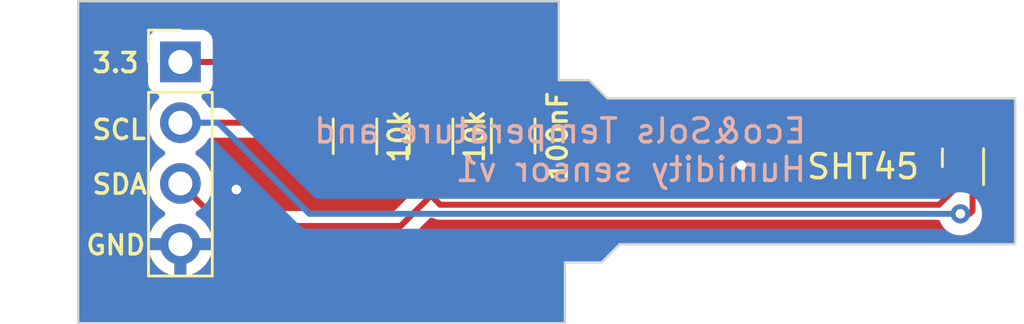
<source format=kicad_pcb>
(kicad_pcb (version 20221018) (generator pcbnew)
  (layers (0 "F.Cu" signal) (31 "B.Cu" signal) (34 "B.Paste" user) (35 "F.Paste" user) (36 "B.SilkS" user "B.Silkscreen") (37 "F.SilkS" user "F.Silkscreen") (38 "B.Mask" user) (39 "F.Mask" user) (44 "Edge.Cuts" user))
  (net 0 "")
  (net 1 "+3.3V")
  (net 2 "GND")
  (net 3 "/SCL")
  (net 4 "/SDA")
  (footprint "Capacitor_SMD:C_1206_3216Metric" (layer "F.Cu") (at 141.605 81.329 -90)
    (fp_text reference "100nF" (at 0 -1.85 90) (layer "F.SilkS") (effects (font (size 0.8 0.8))))
    (fp_text value "100nF")
    (fp_line (start -0.711252 -0.91) (end 0.711252 -0.91) (stroke (width 0.12)) (layer "F.SilkS"))
    (fp_line (start -0.711252 0.91) (end 0.711252 0.91) (stroke (width 0.12)) (layer "F.SilkS"))
    (pad "1" smd roundrect (at -1.475 0 270) (size 1.15 1.8) (layers "F.Cu" "F.Paste" "F.Mask") (roundrect_rratio 0.2173913043) (net 1 "+3.3V"))
    (pad "2" smd roundrect (at 1.475 0 270) (size 1.15 1.8) (layers "F.Cu" "F.Paste" "F.Mask") (roundrect_rratio 0.2173913043) (net 2 "GND"))
  )
  (footprint "Resistor_SMD:R_1206_3216Metric" (layer "F.Cu") (at 135.001 81.3415 -90)
    (fp_text reference "10k" (at 0 -1.82 90) (layer "F.SilkS") (effects (font (size 0.8 0.8))))
    (fp_text value "10k")
    (fp_line (start -0.727064 -0.91) (end 0.727064 -0.91) (stroke (width 0.12)) (layer "F.SilkS"))
    (fp_line (start -0.727064 0.91) (end 0.727064 0.91) (stroke (width 0.12)) (layer "F.SilkS"))
    (pad "1" smd roundrect (at -1.4625 0 270) (size 1.125 1.75) (layers "F.Cu" "F.Paste" "F.Mask") (roundrect_rratio 0.2222222222) (net 1 "+3.3V"))
    (pad "2" smd roundrect (at 1.4625 0 270) (size 1.125 1.75) (layers "F.Cu" "F.Paste" "F.Mask") (roundrect_rratio 0.2222222222) (net 3 "/SCL"))
  )
  (footprint "Connector_PinHeader_2.54mm:PinHeader_1x04_P2.54mm_Vertical" (layer "F.Cu") (at 127.711 78.232)
    (fp_text reference "J1" hide)
    (fp_text value "Conn_01x04_Socket")
    (fp_line (start -1.33 -1.33) (end 0 -1.33) (stroke (width 0.12)) (layer "F.SilkS"))
    (fp_line (start -1.33 0) (end -1.33 -1.33) (stroke (width 0.12)) (layer "F.SilkS"))
    (fp_line (start -1.33 1.27) (end -1.33 8.95) (stroke (width 0.12)) (layer "F.SilkS"))
    (fp_line (start -1.33 1.27) (end 1.33 1.27) (stroke (width 0.12)) (layer "F.SilkS"))
    (fp_line (start -1.33 8.95) (end 1.33 8.95) (stroke (width 0.12)) (layer "F.SilkS"))
    (fp_line (start 1.33 1.27) (end 1.33 8.95) (stroke (width 0.12)) (layer "F.SilkS"))
    (pad "1" thru_hole rect (at 0 0) (size 1.7 1.7) (drill 1) (layers "*.Cu" "*.Mask") (net 1 "+3.3V"))
    (pad "2" thru_hole oval (at 0 2.54) (size 1.7 1.7) (drill 1) (layers "*.Cu" "*.Mask") (net 3 "/SCL"))
    (pad "3" thru_hole oval (at 0 5.08) (size 1.7 1.7) (drill 1) (layers "*.Cu" "*.Mask") (net 4 "/SDA"))
    (pad "4" thru_hole oval (at 0 7.62) (size 1.7 1.7) (drill 1) (layers "*.Cu" "*.Mask") (net 2 "GND"))
  )
  (footprint "Resistor_SMD:R_1206_3216Metric" (layer "F.Cu") (at 138.176 81.3415 -90)
    (fp_text reference "10k" (at 0 -1.82 90) (layer "F.SilkS") (effects (font (size 0.8 0.8))))
    (fp_text value "10k")
    (fp_line (start -0.727064 -0.91) (end 0.727064 -0.91) (stroke (width 0.12)) (layer "F.SilkS"))
    (fp_line (start -0.727064 0.91) (end 0.727064 0.91) (stroke (width 0.12)) (layer "F.SilkS"))
    (pad "1" smd roundrect (at -1.4625 0 270) (size 1.125 1.75) (layers "F.Cu" "F.Paste" "F.Mask") (roundrect_rratio 0.2222222222) (net 1 "+3.3V"))
    (pad "2" smd roundrect (at 1.4625 0 270) (size 1.125 1.75) (layers "F.Cu" "F.Paste" "F.Mask") (roundrect_rratio 0.2222222222) (net 4 "/SDA"))
  )
  (footprint "Sensor_Humidity:Sensirion_DFN-4_1.5x1.5mm_P0.8mm_SHT4x_NoCentralPad" (layer "F.Cu") (at 160.382 82.612 90)
    (fp_text reference "SHT45" (at 0 -4.172 180) (layer "F.SilkS"))
    (fp_text value "SHT4x")
    (fp_line (start -0.75 0.86) (end 0.75 0.86) (stroke (width 0.12)) (layer "F.SilkS"))
    (fp_line (start 0 -0.86) (end 0.75 -0.86) (stroke (width 0.12)) (layer "F.SilkS"))
    (pad "1" smd rect (at -0.7 -0.4 90) (size 0.5 0.3) (layers "F.Cu" "F.Paste" "F.Mask") (net 4 "/SDA"))
    (pad "2" smd rect (at -0.7 0.4 90) (size 0.5 0.3) (layers "F.Cu" "F.Paste" "F.Mask") (net 3 "/SCL"))
    (pad "3" smd rect (at 0.7 0.4 90) (size 0.5 0.3) (layers "F.Cu" "F.Paste" "F.Mask") (net 1 "+3.3V"))
    (pad "4" smd rect (at 0.7 -0.4 90) (size 0.5 0.3) (layers "F.Cu" "F.Paste" "F.Mask") (net 2 "GND"))
    (zone (net 0) (net_name "") (layer "F.Cu") (connect_pads (clearance 0)) (min_thickness 0.254)
      (keepout (tracks not_allowed) (vias not_allowed) (pads allowed) (copperpour not_allowed) (footprints allowed))
      (fill (thermal_gap 0.508) (thermal_bridge_width 0.508))
      (polygon (pts (xy 159.832 81.862) (xy 159.832 82.162) (xy 160.132 82.162) (xy 160.132 81.862) (xy 160.632 81.862) (xy 160.632 82.162) (xy 160.932 82.162) (xy 160.932 81.862) (xy 161.132 81.862) (xy 161.132 83.362) (xy 160.932 83.362) (xy 160.932 83.062) (xy 160.632 83.062) (xy 160.632 83.362) (xy 160.132 83.362) (xy 160.132 83.062) (xy 159.832 83.062) (xy 159.832 83.362) (xy 159.632 83.362) (xy 159.632 81.862)))
    )
  )
  (gr_poly (pts (xy 123.444 75.692) (xy 143.51 75.692) (xy 143.51 78.994) (xy 144.78 78.994) (xy 145.542 79.756) (xy 162.56 79.756) (xy 162.56 85.852) (xy 146.05 85.852) (xy 145.288 86.614) (xy 143.764 86.614) (xy 143.764 89.154) (xy 123.444 89.154)) (stroke (width 0.1)) (fill none) (layer "Edge.Cuts"))
  (gr_text "Eco&Sols Temperature and \nHumidity sensor v1" (at 153.924 83.312) (layer "B.SilkS") (effects (font (size 1 1)) (justify left bottom mirror)))
  (gr_text "3.3" (at 123.952 78.74) (layer "F.SilkS") (effects (font (size 0.8 0.8)) (justify left bottom)))
  (gr_text "SDA" (at 123.952 83.82) (layer "F.SilkS") (effects (font (size 0.8 0.8)) (justify left bottom)))
  (gr_text "SCL\n" (at 123.952 81.534) (layer "F.SilkS") (effects (font (size 0.8 0.8)) (justify left bottom)))
  (gr_text "GND" (at 123.698 86.36) (layer "F.SilkS") (effects (font (size 0.8 0.8)) (justify left bottom)))
  (segment (start 138.201 79.854) (end 138.176 79.879) (width 0.25) (layer "F.Cu") (net 1))
  (segment (start 160.655 80.899) (end 144.399 80.899) (width 0.25) (layer "F.Cu") (net 1))
  (segment (start 143.354 79.854) (end 141.605 79.854) (width 0.25) (layer "F.Cu") (net 1))
  (segment (start 160.782 81.026) (end 160.655 80.899) (width 0.25) (layer "F.Cu") (net 1))
  (segment (start 141.605 79.854) (end 138.201 79.854) (width 0.25) (layer "F.Cu") (net 1))
  (segment (start 132.08 78.232) (end 127.711 78.232) (width 0.25) (layer "F.Cu") (net 1))
  (segment (start 133.727 79.879) (end 132.08 78.232) (width 0.25) (layer "F.Cu") (net 1))
  (segment (start 138.176 79.879) (end 135.001 79.879) (width 0.25) (layer "F.Cu") (net 1))
  (segment (start 144.399 80.899) (end 143.354 79.854) (width 0.25) (layer "F.Cu") (net 1))
  (segment (start 160.782 81.912) (end 160.782 81.026) (width 0.25) (layer "F.Cu") (net 1))
  (segment (start 135.001 79.879) (end 133.727 79.879) (width 0.25) (layer "F.Cu") (net 1))
  (segment (start 159.982 81.912) (end 159.982 81.835222) (width 0.25) (layer "F.Cu") (net 2))
  (segment (start 159.680778 81.534) (end 159.258 81.534) (width 0.25) (layer "F.Cu") (net 2))
  (segment (start 159.982 81.812) (end 159.982 81.912) (width 0.25) (layer "F.Cu") (net 2))
  (segment (start 159.982 81.835222) (end 159.680778 81.534) (width 0.25) (layer "F.Cu") (net 2))
  (segment (start 159.258 81.534) (end 158.877 81.915) (width 0.25) (layer "F.Cu") (net 2))
  (via (at 151.13 82.55) (size 0.8) (drill 0.4) (layers "F.Cu" "B.Cu") (net 2))
  (via (at 130.048 83.566) (size 0.8) (drill 0.4) (layers "F.Cu" "B.Cu") (net 2))
  (segment (start 135.001 82.804) (end 133.858 82.804) (width 0.25) (layer "F.Cu") (net 3))
  (segment (start 133.858 82.804) (end 131.826 80.772) (width 0.25) (layer "F.Cu") (net 3))
  (segment (start 131.826 80.772) (end 127.711 80.772) (width 0.25) (layer "F.Cu") (net 3))
  (segment (start 160.782 84.455) (end 160.655 84.582) (width 0.25) (layer "F.Cu") (net 3))
  (segment (start 160.655 84.582) (end 160.274 84.582) (width 0.25) (layer "F.Cu") (net 3))
  (segment (start 160.782 83.947) (end 160.782 84.455) (width 0.25) (layer "F.Cu") (net 3))
  (segment (start 160.782 83.312) (end 160.782 83.947) (width 0.25) (layer "F.Cu") (net 3))
  (via (at 160.274 84.582) (size 0.8) (drill 0.4) (layers "F.Cu" "B.Cu") (net 3))
  (segment (start 160.274 84.582) (end 133.096 84.582) (width 0.25) (layer "B.Cu") (net 3))
  (segment (start 129.286 80.772) (end 127.711 80.772) (width 0.25) (layer "B.Cu") (net 3))
  (segment (start 133.096 84.582) (end 129.286 80.772) (width 0.25) (layer "B.Cu") (net 3))
  (segment (start 159.982 83.604) (end 159.385 84.201) (width 0.25) (layer "F.Cu") (net 4))
  (segment (start 138.176 83.82) (end 136.906 85.09) (width 0.25) (layer "F.Cu") (net 4))
  (segment (start 129.489 85.09) (end 127.711 83.312) (width 0.25) (layer "F.Cu") (net 4))
  (segment (start 138.176 83.82) (end 138.176 82.804) (width 0.25) (layer "F.Cu") (net 4))
  (segment (start 138.557 84.201) (end 138.176 83.82) (width 0.25) (layer "F.Cu") (net 4))
  (segment (start 136.906 85.09) (end 129.489 85.09) (width 0.25) (layer "F.Cu") (net 4))
  (segment (start 159.385 84.201) (end 138.557 84.201) (width 0.25) (layer "F.Cu") (net 4))
  (segment (start 138.303 82.931) (end 138.176 82.804) (width 0.25) (layer "F.Cu") (net 4))
  (segment (start 159.982 83.312) (end 159.982 83.604) (width 0.25) (layer "F.Cu") (net 4))
  (zone (net 2) (net_name "GND") (layer "F.Cu") (priority 1) (connect_pads (clearance 0.5)) (min_thickness 0.25) (fill yes (thermal_gap 0.5) (thermal_bridge_width 0.5))
    (polygon (pts (xy 143.51 75.692) (xy 143.51 78.994) (xy 144.78 78.994) (xy 145.542 79.756) (xy 162.56 79.756) (xy 162.56 85.852) (xy 146.05 85.852) (xy 145.288 86.614) (xy 143.764 86.614) (xy 143.764 89.154) (xy 123.444 89.154) (xy 123.444 75.692)))
  )
  (zone (net 2) (net_name "GND") (layer "B.Cu") (connect_pads (clearance 0.5)) (min_thickness 0.25) (fill yes (thermal_gap 0.5) (thermal_bridge_width 0.5))
    (polygon (pts (xy 143.51 75.692) (xy 143.51 78.994) (xy 144.78 78.994) (xy 145.542 79.756) (xy 162.56 79.756) (xy 162.56 85.852) (xy 146.05 85.852) (xy 145.288 86.614) (xy 143.764 86.614) (xy 143.764 89.154) (xy 123.444 89.154) (xy 123.444 75.692)))
  )
)
</source>
